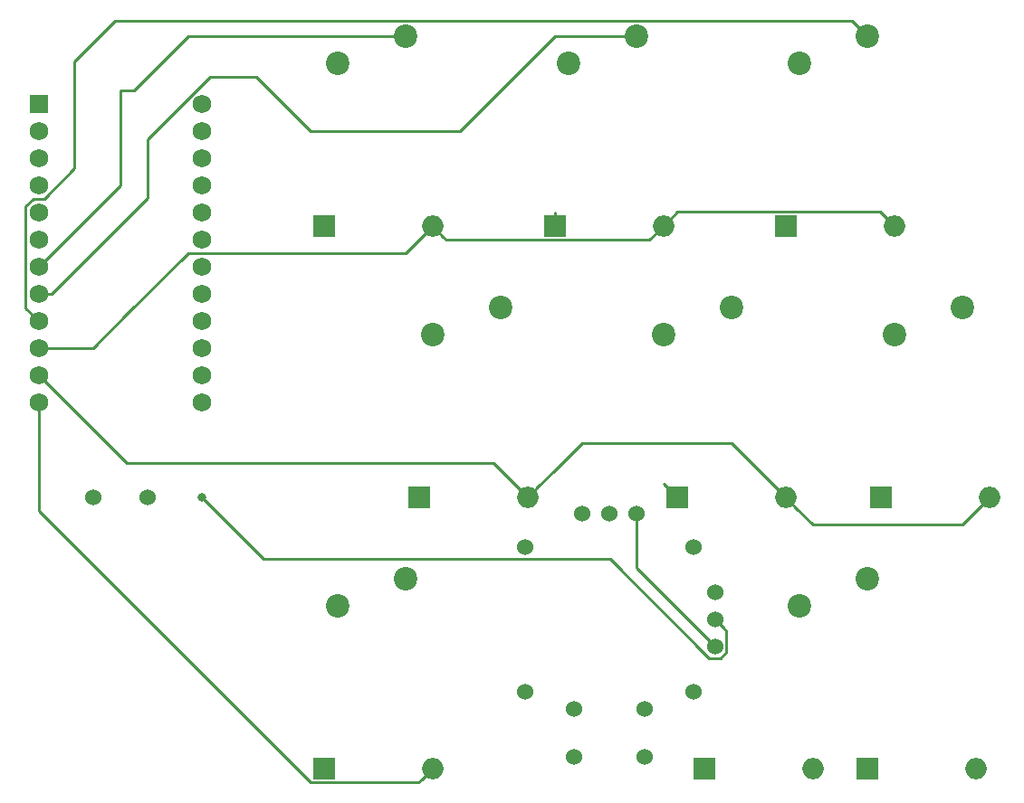
<source format=gbr>
G04 #@! TF.GenerationSoftware,KiCad,Pcbnew,5.1.4*
G04 #@! TF.CreationDate,2019-10-24T02:20:19+09:00*
G04 #@! TF.ProjectId,key_prac,6b65795f-7072-4616-932e-6b696361645f,rev?*
G04 #@! TF.SameCoordinates,PX3072580PY3dc4fd0*
G04 #@! TF.FileFunction,Copper,L2,Bot*
G04 #@! TF.FilePolarity,Positive*
%FSLAX46Y46*%
G04 Gerber Fmt 4.6, Leading zero omitted, Abs format (unit mm)*
G04 Created by KiCad (PCBNEW 5.1.4) date 2019-10-24 02:20:19*
%MOMM*%
%LPD*%
G04 APERTURE LIST*
%ADD10C,2.200000*%
%ADD11C,1.524000*%
%ADD12C,1.752600*%
%ADD13R,1.752600X1.752600*%
%ADD14O,2.000000X2.000000*%
%ADD15R,2.000000X2.000000*%
%ADD16C,0.800000*%
%ADD17C,0.250000*%
G04 APERTURE END LIST*
D10*
X41910000Y-38100000D03*
X48260000Y-35560000D03*
D11*
X50546000Y-58013600D03*
X50546000Y-71526400D03*
X66294000Y-71526400D03*
X66294000Y-58013600D03*
X61722000Y-77622400D03*
X61722000Y-73152000D03*
X55118000Y-77622400D03*
X55118000Y-73152000D03*
X68326000Y-67310000D03*
X68326000Y-64770000D03*
X68326000Y-62230000D03*
X60960000Y-54864000D03*
X55880000Y-54864000D03*
X58420000Y-54864000D03*
D10*
X33020000Y-12700000D03*
X39370000Y-10160000D03*
D12*
X20320000Y-16510000D03*
X20320000Y-19050000D03*
X20320000Y-21590000D03*
X20320000Y-24130000D03*
X20320000Y-26670000D03*
X20320000Y-29210000D03*
X20320000Y-31750000D03*
X20320000Y-34290000D03*
X20320000Y-36830000D03*
X20320000Y-39370000D03*
X20320000Y-41910000D03*
X20320000Y-44450000D03*
X5080000Y-44450000D03*
X5080000Y-41910000D03*
X5080000Y-39370000D03*
X5080000Y-36830000D03*
X5080000Y-34290000D03*
X5080000Y-31750000D03*
X5080000Y-29210000D03*
X5080000Y-26670000D03*
X5080000Y-24130000D03*
X5080000Y-21590000D03*
X5080000Y-19050000D03*
D13*
X5080000Y-16510000D03*
D11*
X15240000Y-53340000D03*
X10160000Y-53340000D03*
D10*
X76200000Y-63500000D03*
X82550000Y-60960000D03*
X85090000Y-38100000D03*
X91440000Y-35560000D03*
X76200000Y-12700000D03*
X82550000Y-10160000D03*
X63500000Y-38100000D03*
X69850000Y-35560000D03*
X54610000Y-12700000D03*
X60960000Y-10160000D03*
X33020000Y-63500000D03*
X39370000Y-60960000D03*
D14*
X92710000Y-78740000D03*
D15*
X82550000Y-78740000D03*
D14*
X93980000Y-53340000D03*
D15*
X83820000Y-53340000D03*
D14*
X85090000Y-27940000D03*
D15*
X74930000Y-27940000D03*
D14*
X77470000Y-78740000D03*
D15*
X67310000Y-78740000D03*
D14*
X74930000Y-53340000D03*
D15*
X64770000Y-53340000D03*
D14*
X63500000Y-27940000D03*
D15*
X53340000Y-27940000D03*
D14*
X41910000Y-78740000D03*
D15*
X31750000Y-78740000D03*
D14*
X50800000Y-53340000D03*
D15*
X40640000Y-53340000D03*
D14*
X41910000Y-27940000D03*
D15*
X31750000Y-27940000D03*
D16*
X20320000Y-53340000D03*
D17*
X84090001Y-26940001D02*
X85090000Y-27940000D01*
X83764999Y-26614999D02*
X84090001Y-26940001D01*
X64825001Y-26614999D02*
X83764999Y-26614999D01*
X63500000Y-27940000D02*
X64825001Y-26614999D01*
X42909999Y-28939999D02*
X41910000Y-27940000D01*
X62174999Y-29265001D02*
X43235001Y-29265001D01*
X43235001Y-29265001D02*
X42909999Y-28939999D01*
X63500000Y-27940000D02*
X62174999Y-29265001D01*
X39370000Y-30480000D02*
X41910000Y-27940000D01*
X19050000Y-30480000D02*
X39370000Y-30480000D01*
X5080000Y-39370000D02*
X10160000Y-39370000D01*
X10160000Y-39370000D02*
X13335000Y-36195000D01*
X13335000Y-36195000D02*
X19050000Y-30480000D01*
X77470000Y-55880000D02*
X75929999Y-54339999D01*
X75929999Y-54339999D02*
X74930000Y-53340000D01*
X91440000Y-55880000D02*
X77470000Y-55880000D01*
X93980000Y-53340000D02*
X91440000Y-55880000D01*
X51799999Y-52340001D02*
X50800000Y-53340000D01*
X53340000Y-50800000D02*
X51799999Y-52340001D01*
X74930000Y-53340000D02*
X72390000Y-50800000D01*
X53340000Y-50800000D02*
X55880000Y-48260000D01*
X55880000Y-48260000D02*
X69850000Y-48260000D01*
X69850000Y-48260000D02*
X72390000Y-50800000D01*
X47625000Y-50165000D02*
X50800000Y-53340000D01*
X13335000Y-50165000D02*
X47625000Y-50165000D01*
X5080000Y-41910000D02*
X13335000Y-50165000D01*
X30489999Y-80065001D02*
X40584999Y-80065001D01*
X5080000Y-54655002D02*
X30489999Y-80065001D01*
X40910001Y-79739999D02*
X41910000Y-78740000D01*
X40584999Y-80065001D02*
X40910001Y-79739999D01*
X5080000Y-44450000D02*
X5080000Y-54655002D01*
X53340000Y-27940000D02*
X53340000Y-26690000D01*
X64770000Y-53340000D02*
X63500000Y-52070000D01*
X13970000Y-15240000D02*
X19050000Y-10160000D01*
X12700000Y-15240000D02*
X13970000Y-15240000D01*
X12700000Y-24130000D02*
X12700000Y-15240000D01*
X5080000Y-31750000D02*
X12700000Y-24130000D01*
X19050000Y-10160000D02*
X39370000Y-10160000D01*
X6319275Y-34290000D02*
X15240000Y-25369275D01*
X5080000Y-34290000D02*
X6319275Y-34290000D01*
X15240000Y-25369275D02*
X15240000Y-19812074D01*
X15240000Y-19812074D02*
X21082074Y-13970000D01*
X21082074Y-13970000D02*
X25400000Y-13970000D01*
X25400000Y-13970000D02*
X30480000Y-19050000D01*
X30480000Y-19050000D02*
X44450000Y-19050000D01*
X53340000Y-10160000D02*
X60960000Y-10160000D01*
X44450000Y-19050000D02*
X53340000Y-10160000D01*
X81450001Y-9060001D02*
X82550000Y-10160000D01*
X12218591Y-8734999D02*
X81124999Y-8734999D01*
X5587926Y-25400000D02*
X8439990Y-22547936D01*
X8439990Y-22547936D02*
X8439991Y-12513599D01*
X3878699Y-26093375D02*
X4572074Y-25400000D01*
X8439991Y-12513599D02*
X12218591Y-8734999D01*
X3878699Y-35628699D02*
X3878699Y-26093375D01*
X81124999Y-8734999D02*
X81450001Y-9060001D01*
X4572074Y-25400000D02*
X5587926Y-25400000D01*
X5080000Y-36830000D02*
X3878699Y-35628699D01*
X60960000Y-59944000D02*
X68326000Y-67310000D01*
X60960000Y-54864000D02*
X60960000Y-59944000D01*
X69087999Y-65531999D02*
X68326000Y-64770000D01*
X69413001Y-65857001D02*
X69087999Y-65531999D01*
X69413001Y-67831761D02*
X69413001Y-65857001D01*
X68847761Y-68397001D02*
X69413001Y-67831761D01*
X67804239Y-68397001D02*
X68847761Y-68397001D01*
X58507839Y-59100601D02*
X67804239Y-68397001D01*
X26080601Y-59100601D02*
X58507839Y-59100601D01*
X20320000Y-53340000D02*
X26080601Y-59100601D01*
M02*

</source>
